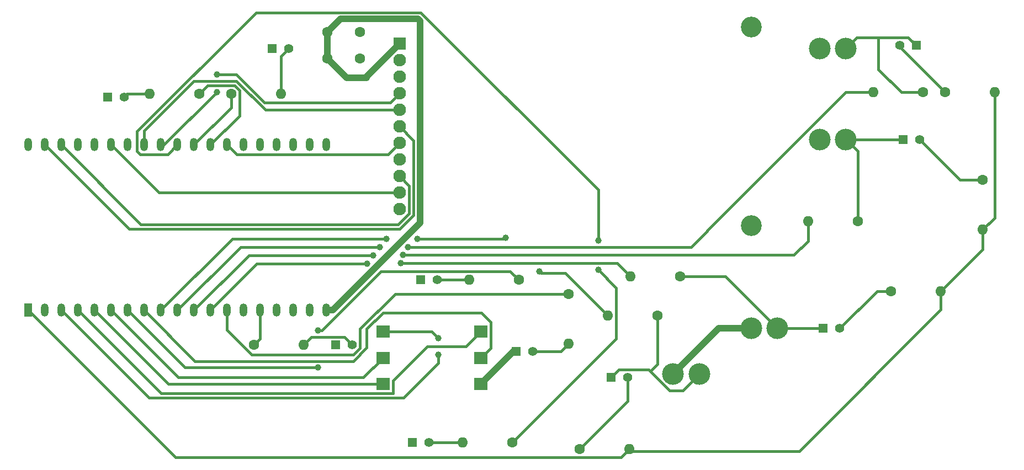
<source format=gbr>
%TF.GenerationSoftware,KiCad,Pcbnew,8.0.6*%
%TF.CreationDate,2025-08-25T15:55:58+12:00*%
%TF.ProjectId,ByteBoyV2,42797465-426f-4795-9632-2e6b69636164,v2*%
%TF.SameCoordinates,Original*%
%TF.FileFunction,Copper,L1,Top*%
%TF.FilePolarity,Positive*%
%FSLAX46Y46*%
G04 Gerber Fmt 4.6, Leading zero omitted, Abs format (unit mm)*
G04 Created by KiCad (PCBNEW 8.0.6) date 2025-08-25 15:55:58*
%MOMM*%
%LPD*%
G01*
G04 APERTURE LIST*
%TA.AperFunction,ComponentPad*%
%ADD10O,1.200000X2.000000*%
%TD*%
%TA.AperFunction,ComponentPad*%
%ADD11R,1.200000X2.000000*%
%TD*%
%TA.AperFunction,SMDPad,CuDef*%
%ADD12R,2.000000X1.900000*%
%TD*%
%TA.AperFunction,ComponentPad*%
%ADD13C,3.320000*%
%TD*%
%TA.AperFunction,ComponentPad*%
%ADD14O,1.600000X1.600000*%
%TD*%
%TA.AperFunction,ComponentPad*%
%ADD15C,1.600000*%
%TD*%
%TA.AperFunction,ComponentPad*%
%ADD16R,1.930400X1.930400*%
%TD*%
%TA.AperFunction,ComponentPad*%
%ADD17C,1.930400*%
%TD*%
%TA.AperFunction,ComponentPad*%
%ADD18C,3.200000*%
%TD*%
%TA.AperFunction,ComponentPad*%
%ADD19R,1.400000X1.400000*%
%TD*%
%TA.AperFunction,ComponentPad*%
%ADD20C,1.400000*%
%TD*%
%TA.AperFunction,ViaPad*%
%ADD21C,1.000000*%
%TD*%
%TA.AperFunction,Conductor*%
%ADD22C,0.400000*%
%TD*%
%TA.AperFunction,Conductor*%
%ADD23C,1.000000*%
%TD*%
G04 APERTURE END LIST*
D10*
%TO.P,U2,38,GND*%
%TO.N,GND*%
X85596560Y-75300000D03*
%TO.P,U2,37,GPIO23*%
%TO.N,MOSI*%
X88136560Y-75300000D03*
%TO.P,U2,36,GPIO22*%
%TO.N,D{slash}C*%
X90676560Y-75300000D03*
%TO.P,U2,35,U0TXD/GPIO1*%
%TO.N,unconnected-(U2-U0TXD{slash}GPIO1-Pad35)*%
X93216560Y-75300000D03*
%TO.P,U2,34,U0RXD/GPIO3*%
%TO.N,unconnected-(U2-U0RXD{slash}GPIO3-Pad34)*%
X95756560Y-75300000D03*
%TO.P,U2,33,GPIO21*%
%TO.N,SD_SELECT*%
X98296560Y-75300000D03*
%TO.P,U2,32,GND*%
%TO.N,GND*%
X100836560Y-75300000D03*
%TO.P,U2,31,GPIO19*%
%TO.N,MISO*%
X103376560Y-75300000D03*
%TO.P,U2,30,GPIO18*%
%TO.N,SCK*%
X105916560Y-75300000D03*
%TO.P,U2,29,GPIO5*%
%TO.N,LED4*%
X108456560Y-75300000D03*
%TO.P,U2,28,GPIO17*%
%TO.N,LED6*%
X110996560Y-75300000D03*
%TO.P,U2,27,GPIO16*%
%TO.N,LED5*%
X113536560Y-75300000D03*
%TO.P,U2,26,ADC2_CH0/GPIO4*%
%TO.N,DISPLAY_SELECT*%
X116076560Y-75300000D03*
%TO.P,U2,25,GPIO0/BOOT/ADC2_CH1*%
%TO.N,unconnected-(U2-GPIO0{slash}BOOT{slash}ADC2_CH1-Pad25)*%
X118616560Y-75300000D03*
%TO.P,U2,24,ADC2_CH2/GPIO2*%
%TO.N,unconnected-(U2-ADC2_CH2{slash}GPIO2-Pad24)*%
X121156560Y-75300000D03*
%TO.P,U2,23,MTDO/GPIO15/ADC2_CH3*%
%TO.N,unconnected-(U2-MTDO{slash}GPIO15{slash}ADC2_CH3-Pad23)*%
X123696560Y-75300000D03*
%TO.P,U2,22,SD_DATA1/GPIO8*%
%TO.N,unconnected-(U2-SD_DATA1{slash}GPIO8-Pad22)*%
X126236560Y-75300000D03*
%TO.P,U2,21,SD_DATA0/GPIO7*%
%TO.N,unconnected-(U2-SD_DATA0{slash}GPIO7-Pad21)*%
X128773840Y-75303680D03*
%TO.P,U2,20,SD_CLK/GPIO6*%
%TO.N,unconnected-(U2-SD_CLK{slash}GPIO6-Pad20)*%
X131313840Y-75303680D03*
%TO.P,U2,19,5V*%
%TO.N,+5V*%
X131316560Y-100700000D03*
%TO.P,U2,18,CMD*%
%TO.N,unconnected-(U2-CMD-Pad18)*%
X128776560Y-100700000D03*
%TO.P,U2,17,SD_DATA3/GPIO10*%
%TO.N,unconnected-(U2-SD_DATA3{slash}GPIO10-Pad17)*%
X126236560Y-100700000D03*
%TO.P,U2,16,SD_DATA2/GPIO9*%
%TO.N,unconnected-(U2-SD_DATA2{slash}GPIO9-Pad16)*%
X123696560Y-100700000D03*
%TO.P,U2,15,MTCK/GPIO13/ADC2_CH4*%
%TO.N,LED2*%
X121156560Y-100700000D03*
%TO.P,U2,14,GND*%
%TO.N,GND*%
X118616560Y-100700000D03*
%TO.P,U2,13,MTDI/GPIO12/ADC2_CH5*%
%TO.N,LED1*%
X116076560Y-100700000D03*
%TO.P,U2,12,MTMS/GPIO14/ADC2_CH6*%
%TO.N,SW4*%
X113536560Y-100700000D03*
%TO.P,U2,11,ADC2_CH7/GPIO27*%
%TO.N,SW3*%
X110996560Y-100700000D03*
%TO.P,U2,10,DAC_2/ADC2_CH9/GPIO26*%
%TO.N,SW2*%
X108456560Y-100700000D03*
%TO.P,U2,9,DAC_1/ADC2_CH8/GPIO25*%
%TO.N,SW1*%
X105916560Y-100700000D03*
%TO.P,U2,8,32K_XN/GPIO33/ADC1_CH5*%
%TO.N,LEFT*%
X103376560Y-100700000D03*
%TO.P,U2,7,32K_XP/GPIO32/ADC1_CH4*%
%TO.N,LED3*%
X100836560Y-100700000D03*
%TO.P,U2,6,VDET_2/GPIO35/ADC1_CH7*%
%TO.N,RIGHT*%
X98296560Y-100700000D03*
%TO.P,U2,5,VDET_1/GPIO34/ADC1_CH6*%
%TO.N,UP*%
X95756560Y-100700000D03*
%TO.P,U2,4,SENSOR_VN/GPIO39/ADC1_CH3*%
%TO.N,PUSH*%
X93216560Y-100700000D03*
%TO.P,U2,3,SENSOR_VP/GPIO36/ADC1_CH0*%
%TO.N,DOWN*%
X90676560Y-100700000D03*
%TO.P,U2,2,CHIP_PU*%
%TO.N,unconnected-(U2-CHIP_PU-Pad2)*%
X88136560Y-100700000D03*
D11*
%TO.P,U2,1,3V3*%
%TO.N,+3.3V*%
X85596560Y-100700000D03*
%TD*%
D12*
%TO.P,Joystick,1*%
%TO.N,GND*%
X155000000Y-112000000D03*
%TO.P,Joystick,2*%
%TO.N,LEFT*%
X155000000Y-108000000D03*
%TO.P,Joystick,3*%
%TO.N,PUSH*%
X155000000Y-104000000D03*
%TO.P,Joystick,4*%
%TO.N,UP*%
X140000000Y-112000000D03*
%TO.P,Joystick,5*%
%TO.N,RIGHT*%
X140000000Y-108000000D03*
%TO.P,Joystick,6*%
%TO.N,DOWN*%
X140000000Y-104000000D03*
%TD*%
D13*
%TO.P,Select_Button,1*%
%TO.N,GND*%
X207000000Y-74500000D03*
%TO.P,Select_Button,2*%
%TO.N,Net-(D9-PadC)*%
X211000000Y-74500000D03*
%TD*%
%TO.P,Start_Button,1*%
%TO.N,GND*%
X207000000Y-60500000D03*
%TO.P,Start_Button,2*%
%TO.N,Net-(D8-PadC)*%
X211000000Y-60500000D03*
%TD*%
%TO.P,B_Button,1*%
%TO.N,GND*%
X184500000Y-110500000D03*
%TO.P,B_Button,2*%
%TO.N,Net-(D7-PadC)*%
X188500000Y-110500000D03*
%TD*%
%TO.P,A_Button,1*%
%TO.N,GND*%
X196500000Y-103500000D03*
%TO.P,A_Button,2*%
%TO.N,Net-(D10-PadC)*%
X200500000Y-103500000D03*
%TD*%
D14*
%TO.P,R14,2*%
%TO.N,Net-(D6-PadA)*%
X124310000Y-67500000D03*
D15*
%TO.P,R14,1*%
%TO.N,LED6*%
X116690000Y-67500000D03*
%TD*%
%TO.P,R13,1*%
%TO.N,Net-(D9-PadC)*%
X212810000Y-87000000D03*
D14*
%TO.P,R13,2*%
%TO.N,SW3*%
X205190000Y-87000000D03*
%TD*%
D15*
%TO.P,R12,1*%
%TO.N,Net-(D7-PadC)*%
X182060000Y-101500000D03*
D14*
%TO.P,R12,2*%
%TO.N,SW1*%
X174440000Y-101500000D03*
%TD*%
D15*
%TO.P,R11,1*%
%TO.N,Net-(D8-PadC)*%
X222810000Y-67250000D03*
D14*
%TO.P,R11,2*%
%TO.N,SW2*%
X215190000Y-67250000D03*
%TD*%
D15*
%TO.P,R10,1*%
%TO.N,Net-(D10-PadC)*%
X185560000Y-95500000D03*
D14*
%TO.P,R10,2*%
%TO.N,SW4*%
X177940000Y-95500000D03*
%TD*%
D15*
%TO.P,R9,1*%
%TO.N,LED5*%
X111810000Y-67500000D03*
D14*
%TO.P,R9,2*%
%TO.N,Net-(D5-PadA)*%
X104190000Y-67500000D03*
%TD*%
D15*
%TO.P,R8,1*%
%TO.N,LED4*%
X159810000Y-121000000D03*
D14*
%TO.P,R8,2*%
%TO.N,Net-(D4-PadA)*%
X152190000Y-121000000D03*
%TD*%
D15*
%TO.P,R7,1*%
%TO.N,LED3*%
X160810000Y-96000000D03*
D14*
%TO.P,R7,2*%
%TO.N,Net-(D2-PadA)*%
X153190000Y-96000000D03*
%TD*%
D15*
%TO.P,R6,1*%
%TO.N,LED2*%
X120190000Y-106000000D03*
D14*
%TO.P,R6,2*%
%TO.N,Net-(D3-PadA)*%
X127810000Y-106000000D03*
%TD*%
%TO.P,R5,2*%
%TO.N,Net-(D1-PadA)*%
X168500000Y-105810000D03*
D15*
%TO.P,R5,1*%
%TO.N,LED1*%
X168500000Y-98190000D03*
%TD*%
%TO.P,R4,1*%
%TO.N,Net-(D9-PadA)*%
X232000000Y-80690000D03*
D14*
%TO.P,R4,2*%
%TO.N,+3.3V*%
X232000000Y-88310000D03*
%TD*%
D15*
%TO.P,R3,1*%
%TO.N,Net-(D10-PadA)*%
X217940000Y-97750000D03*
D14*
%TO.P,R3,2*%
%TO.N,+3.3V*%
X225560000Y-97750000D03*
%TD*%
D15*
%TO.P,R2,1*%
%TO.N,Net-(D8-PadA)*%
X226190000Y-67250000D03*
D14*
%TO.P,R2,2*%
%TO.N,+3.3V*%
X233810000Y-67250000D03*
%TD*%
D15*
%TO.P,R1,1*%
%TO.N,Net-(D7-PadA)*%
X170190000Y-122000000D03*
D14*
%TO.P,R1,2*%
%TO.N,+3.3V*%
X177810000Y-122000000D03*
%TD*%
D16*
%TO.P,Display,1,VIN*%
%TO.N,+5V*%
X142512500Y-59800000D03*
D17*
%TO.P,Display,2,3VO*%
%TO.N,unconnected-(DS1-3VO-Pad2)*%
X142512500Y-62340000D03*
%TO.P,Display,3,GND*%
%TO.N,GND*%
X142512500Y-64880000D03*
%TO.P,Display,4,SCK*%
%TO.N,SCK*%
X142512500Y-67420000D03*
%TO.P,Display,5,MISO*%
%TO.N,MISO*%
X142512500Y-69960000D03*
%TO.P,Display,6,MOSI*%
%TO.N,MOSI*%
X142512500Y-72500000D03*
%TO.P,Display,7,CS*%
%TO.N,DISPLAY_SELECT*%
X142512500Y-75040000D03*
%TO.P,Display,8,~{RST}*%
%TO.N,unconnected-(DS1-~{RST}-Pad8)*%
X142512500Y-77580000D03*
%TO.P,Display,9,D/C*%
%TO.N,D{slash}C*%
X142512500Y-80120000D03*
%TO.P,Display,10,SDCS*%
%TO.N,SD_SELECT*%
X142512500Y-82660000D03*
%TO.P,Display,11,BACKLIGHT*%
%TO.N,unconnected-(DS1-BACKLIGHT-Pad11)*%
X142512500Y-85200000D03*
D18*
%TO.P,Display,SH1*%
%TO.N,N/C*%
X196487500Y-57260000D03*
%TO.P,Display,SH2*%
X196487500Y-87740000D03*
%TD*%
D19*
%TO.P,D10,C*%
%TO.N,Net-(D10-PadC)*%
X207460000Y-103500000D03*
D20*
%TO.P,D10,A*%
%TO.N,Net-(D10-PadA)*%
X210000000Y-103500000D03*
%TD*%
D19*
%TO.P,D9,C*%
%TO.N,Net-(D9-PadC)*%
X219730000Y-74500000D03*
D20*
%TO.P,D9,A*%
%TO.N,Net-(D9-PadA)*%
X222270000Y-74500000D03*
%TD*%
D19*
%TO.P,D8,C*%
%TO.N,Net-(D8-PadC)*%
X221770000Y-60000000D03*
D20*
%TO.P,D8,A*%
%TO.N,Net-(D8-PadA)*%
X219230000Y-60000000D03*
%TD*%
D19*
%TO.P,D7,C*%
%TO.N,Net-(D7-PadC)*%
X175000000Y-111000000D03*
D20*
%TO.P,D7,A*%
%TO.N,Net-(D7-PadA)*%
X177540000Y-111000000D03*
%TD*%
D19*
%TO.P,D6,C*%
%TO.N,GND*%
X122960000Y-60500000D03*
D20*
%TO.P,D6,A*%
%TO.N,Net-(D6-PadA)*%
X125500000Y-60500000D03*
%TD*%
D19*
%TO.P,D5,C*%
%TO.N,GND*%
X97730000Y-68000000D03*
D20*
%TO.P,D5,A*%
%TO.N,Net-(D5-PadA)*%
X100270000Y-68000000D03*
%TD*%
D19*
%TO.P,D4,C*%
%TO.N,GND*%
X144460000Y-121000000D03*
D20*
%TO.P,D4,A*%
%TO.N,Net-(D4-PadA)*%
X147000000Y-121000000D03*
%TD*%
%TO.P,D3,A*%
%TO.N,Net-(D3-PadA)*%
X135270000Y-106000000D03*
D19*
%TO.P,D3,C*%
%TO.N,GND*%
X132730000Y-106000000D03*
%TD*%
%TO.P,D2,C*%
%TO.N,GND*%
X145730000Y-96000000D03*
D20*
%TO.P,D2,A*%
%TO.N,Net-(D2-PadA)*%
X148270000Y-96000000D03*
%TD*%
%TO.P,D1,A*%
%TO.N,Net-(D1-PadA)*%
X163000000Y-107000000D03*
D19*
%TO.P,D1,C*%
%TO.N,GND*%
X160460000Y-107000000D03*
%TD*%
D15*
%TO.P,C2,1*%
%TO.N,+5V*%
X131500000Y-62050000D03*
%TO.P,C2,2*%
%TO.N,GND*%
X136500000Y-62050000D03*
%TD*%
%TO.P,C1,1*%
%TO.N,+5V*%
X131500000Y-58000000D03*
%TO.P,C1,2*%
%TO.N,GND*%
X136500000Y-58000000D03*
%TD*%
D21*
%TO.N,LED4*%
X173000000Y-90000000D03*
X173000000Y-94500000D03*
%TO.N,SW1*%
X164000000Y-94750000D03*
X158828061Y-89578061D03*
X145250000Y-89750000D03*
X140500000Y-89750000D03*
%TO.N,SW2*%
X139500000Y-91000000D03*
X143794239Y-91044239D03*
%TO.N,SW3*%
X138500000Y-92250000D03*
X143065297Y-92238813D03*
%TO.N,SW4*%
X142750000Y-93500000D03*
X137580761Y-93580761D03*
%TO.N,SCK*%
X114500000Y-67200000D03*
X114500000Y-64500000D03*
%TO.N,LED3*%
X130000000Y-109500000D03*
X130000000Y-103800000D03*
%TO.N,DOWN*%
X148500000Y-105000000D03*
X148500000Y-107500000D03*
%TD*%
D22*
%TO.N,SW3*%
X205190000Y-90060000D02*
X205190000Y-87000000D01*
X203011187Y-92238813D02*
X205190000Y-90060000D01*
X143065297Y-92238813D02*
X203011187Y-92238813D01*
%TO.N,Net-(D9-PadC)*%
X212810000Y-76310000D02*
X212810000Y-87000000D01*
%TO.N,Net-(D8-PadC)*%
X216000000Y-63750000D02*
X216000000Y-58800000D01*
X216000000Y-58800000D02*
X212700000Y-58800000D01*
X219500000Y-67250000D02*
X216000000Y-63750000D01*
X222810000Y-67250000D02*
X219500000Y-67250000D01*
X216750000Y-58800000D02*
X216000000Y-58800000D01*
%TO.N,SW2*%
X211000000Y-67250000D02*
X215190000Y-67250000D01*
X189750000Y-88500000D02*
X211000000Y-67250000D01*
X187250000Y-91044239D02*
X189750000Y-88544239D01*
X143794239Y-91044239D02*
X187250000Y-91044239D01*
X189750000Y-88544239D02*
X189750000Y-88500000D01*
%TO.N,LED4*%
X106956560Y-76800000D02*
X108456560Y-75300000D01*
X102800000Y-76800000D02*
X106956560Y-76800000D01*
X102276560Y-76276560D02*
X102800000Y-76800000D01*
X102276560Y-73241295D02*
X102276560Y-76276560D01*
X120517855Y-55000000D02*
X102276560Y-73241295D01*
X173000000Y-82230386D02*
X145769614Y-55000000D01*
X173000000Y-90000000D02*
X173000000Y-82230386D01*
X145769614Y-55000000D02*
X120517855Y-55000000D01*
X175740000Y-105070000D02*
X175740000Y-97240000D01*
X175740000Y-97240000D02*
X173000000Y-94500000D01*
X169800000Y-111010000D02*
X175740000Y-105070000D01*
%TO.N,SW1*%
X164000000Y-94750000D02*
X164250000Y-95000000D01*
X158656122Y-89750000D02*
X158828061Y-89578061D01*
X145250000Y-89750000D02*
X158656122Y-89750000D01*
X164250000Y-95000000D02*
X167940000Y-95000000D01*
X116866560Y-89750000D02*
X140500000Y-89750000D01*
X167940000Y-95000000D02*
X174440000Y-101500000D01*
X105916560Y-100700000D02*
X116866560Y-89750000D01*
%TO.N,SW2*%
X118156560Y-91000000D02*
X139500000Y-91000000D01*
X108456560Y-100700000D02*
X118156560Y-91000000D01*
%TO.N,SW3*%
X119446560Y-92250000D02*
X138500000Y-92250000D01*
X110996560Y-100700000D02*
X119446560Y-92250000D01*
%TO.N,SW4*%
X142750000Y-93500000D02*
X175940000Y-93500000D01*
X175940000Y-93500000D02*
X177940000Y-95500000D01*
X120655799Y-93580761D02*
X137580761Y-93580761D01*
X113536560Y-100700000D02*
X120655799Y-93580761D01*
%TO.N,Net-(D8-PadC)*%
X220570000Y-58800000D02*
X216750000Y-58800000D01*
%TO.N,Net-(D9-PadC)*%
X212810000Y-76310000D02*
X211000000Y-74500000D01*
%TO.N,Net-(D10-PadC)*%
X192500000Y-95500000D02*
X185560000Y-95500000D01*
X200500000Y-103500000D02*
X192500000Y-95500000D01*
%TO.N,Net-(D7-PadC)*%
X182060000Y-108940000D02*
X182060000Y-101500000D01*
X180972649Y-110027351D02*
X182060000Y-108940000D01*
X180972649Y-110027351D02*
X183945298Y-113000000D01*
X180745298Y-109800000D02*
X180972649Y-110027351D01*
%TO.N,+3.3V*%
X232000000Y-88310000D02*
X233810000Y-86500000D01*
X233810000Y-86500000D02*
X233810000Y-67250000D01*
%TO.N,Net-(D8-PadC)*%
X212700000Y-58800000D02*
X211000000Y-60500000D01*
X221770000Y-60000000D02*
X220570000Y-58800000D01*
%TO.N,Net-(D8-PadA)*%
X219230000Y-60290000D02*
X219230000Y-60000000D01*
X226190000Y-67250000D02*
X219230000Y-60290000D01*
%TO.N,+3.3V*%
X178110000Y-122300000D02*
X177810000Y-122000000D01*
X203848478Y-122300000D02*
X178110000Y-122300000D01*
X225560000Y-100588478D02*
X203848478Y-122300000D01*
X225560000Y-97750000D02*
X225560000Y-100588478D01*
%TO.N,Net-(D10-PadA)*%
X215750000Y-97750000D02*
X210000000Y-103500000D01*
X217940000Y-97750000D02*
X215750000Y-97750000D01*
%TO.N,+3.3V*%
X232000000Y-91310000D02*
X225560000Y-97750000D01*
X232000000Y-88310000D02*
X232000000Y-91310000D01*
%TO.N,Net-(D9-PadC)*%
X219730000Y-74500000D02*
X211000000Y-74500000D01*
%TO.N,Net-(D9-PadA)*%
X228460000Y-80690000D02*
X232000000Y-80690000D01*
X222270000Y-74500000D02*
X228460000Y-80690000D01*
%TO.N,Net-(D10-PadC)*%
X200500000Y-103500000D02*
X207460000Y-103500000D01*
%TO.N,Net-(D7-PadC)*%
X183945298Y-113000000D02*
X186000000Y-113000000D01*
X186000000Y-113000000D02*
X188500000Y-110500000D01*
X175000000Y-111000000D02*
X176200000Y-109800000D01*
X176200000Y-109800000D02*
X180745298Y-109800000D01*
%TO.N,Net-(D7-PadA)*%
X177540000Y-114650000D02*
X170190000Y-122000000D01*
X177540000Y-111000000D02*
X177540000Y-114650000D01*
%TO.N,LED4*%
X159810000Y-121000000D02*
X169800000Y-111010000D01*
%TO.N,SCK*%
X106400000Y-75300000D02*
X105916560Y-75300000D01*
X114500000Y-67200000D02*
X106400000Y-75300000D01*
X117508378Y-64500000D02*
X114500000Y-64500000D01*
X121808378Y-68800000D02*
X117508378Y-64500000D01*
X141132500Y-68800000D02*
X121808378Y-68800000D01*
X142512500Y-67420000D02*
X141132500Y-68800000D01*
%TO.N,MISO*%
X111007805Y-65500000D02*
X103376560Y-73131245D01*
X117518428Y-65500000D02*
X111007805Y-65500000D01*
X121978428Y-69960000D02*
X117518428Y-65500000D01*
X103376560Y-73131245D02*
X103376560Y-75300000D01*
X142512500Y-69960000D02*
X121978428Y-69960000D01*
%TO.N,LED3*%
X109636560Y-109500000D02*
X100836560Y-100700000D01*
X130000000Y-109500000D02*
X109636560Y-109500000D01*
X159510000Y-94700000D02*
X139714214Y-94700000D01*
X139714214Y-94700000D02*
X130614214Y-103800000D01*
X160810000Y-96000000D02*
X159510000Y-94700000D01*
X130614214Y-103800000D02*
X130000000Y-103800000D01*
%TO.N,LED1*%
X136500000Y-106467057D02*
X136500000Y-103560050D01*
X135467057Y-107500000D02*
X136500000Y-106467057D01*
X119851522Y-107500000D02*
X135467057Y-107500000D01*
X136500000Y-103560050D02*
X141870050Y-98190000D01*
X116076560Y-103725038D02*
X119851522Y-107500000D01*
X141870050Y-98190000D02*
X168500000Y-98190000D01*
X116076560Y-100700000D02*
X116076560Y-103725038D01*
%TO.N,LEFT*%
X135457007Y-108500000D02*
X111176560Y-108500000D01*
X137500000Y-103550000D02*
X137500000Y-106457007D01*
X140000000Y-101050000D02*
X137500000Y-103550000D01*
X137500000Y-106457007D02*
X135457007Y-108500000D01*
X155050000Y-101050000D02*
X140000000Y-101050000D01*
X156500000Y-102500000D02*
X155050000Y-101050000D01*
X156500000Y-106500000D02*
X156500000Y-102500000D01*
X111176560Y-108500000D02*
X103376560Y-100700000D01*
X155000000Y-108000000D02*
X156500000Y-106500000D01*
%TO.N,RIGHT*%
X137000000Y-111000000D02*
X108596560Y-111000000D01*
X108596560Y-111000000D02*
X98296560Y-100700000D01*
X140000000Y-108000000D02*
X137000000Y-111000000D01*
%TO.N,+3.3V*%
X176510000Y-123300000D02*
X108196560Y-123300000D01*
X177810000Y-122000000D02*
X176510000Y-123300000D01*
X108196560Y-123300000D02*
X85596560Y-100700000D01*
%TO.N,Net-(D1-PadA)*%
X167310000Y-107000000D02*
X168500000Y-105810000D01*
X163000000Y-107000000D02*
X167310000Y-107000000D01*
D23*
%TO.N,GND*%
X160000000Y-107000000D02*
X155000000Y-112000000D01*
X160460000Y-107000000D02*
X160000000Y-107000000D01*
D22*
%TO.N,Net-(D5-PadA)*%
X100770000Y-67500000D02*
X100270000Y-68000000D01*
X104190000Y-67500000D02*
X100770000Y-67500000D01*
%TO.N,Net-(D6-PadA)*%
X124310000Y-61690000D02*
X125500000Y-60500000D01*
X124310000Y-67500000D02*
X124310000Y-61690000D01*
%TO.N,LED5*%
X117990000Y-70846560D02*
X113536560Y-75300000D01*
X117990000Y-66961522D02*
X117990000Y-70846560D01*
X117228478Y-66200000D02*
X117990000Y-66961522D01*
X113110000Y-66200000D02*
X117228478Y-66200000D01*
X111810000Y-67500000D02*
X113110000Y-66200000D01*
%TO.N,LED6*%
X116690000Y-69606560D02*
X110996560Y-75300000D01*
X116690000Y-67500000D02*
X116690000Y-69606560D01*
%TO.N,Net-(D4-PadA)*%
X152190000Y-121000000D02*
X147000000Y-121000000D01*
%TO.N,Net-(D2-PadA)*%
X153190000Y-96000000D02*
X148270000Y-96000000D01*
%TO.N,Net-(D3-PadA)*%
X134070000Y-104800000D02*
X135270000Y-106000000D01*
X129010000Y-104800000D02*
X134070000Y-104800000D01*
X127810000Y-106000000D02*
X129010000Y-104800000D01*
%TO.N,LED2*%
X121156560Y-105033440D02*
X120190000Y-106000000D01*
X121156560Y-100700000D02*
X121156560Y-105033440D01*
D23*
%TO.N,+5V*%
X145355400Y-56000000D02*
X133500000Y-56000000D01*
X145677700Y-56322300D02*
X145355400Y-56000000D01*
X133500000Y-56000000D02*
X131500000Y-58000000D01*
X145677700Y-87322300D02*
X145677700Y-56322300D01*
X132300000Y-100700000D02*
X145677700Y-87322300D01*
X131316560Y-100700000D02*
X132300000Y-100700000D01*
X131500000Y-62050000D02*
X131500000Y-58000000D01*
X134450000Y-65000000D02*
X131500000Y-62050000D01*
X137500000Y-65000000D02*
X134450000Y-65000000D01*
X137500000Y-64812500D02*
X137500000Y-65000000D01*
X142512500Y-59800000D02*
X137500000Y-64812500D01*
%TO.N,GND*%
X191500000Y-103500000D02*
X196500000Y-103500000D01*
X184500000Y-110500000D02*
X191500000Y-103500000D01*
D22*
%TO.N,DOWN*%
X104126560Y-114150000D02*
X90676560Y-100700000D01*
X143117767Y-114150000D02*
X104126560Y-114150000D01*
X148500000Y-108767767D02*
X143117767Y-114150000D01*
X148500000Y-107500000D02*
X148500000Y-108767767D01*
X147500000Y-104000000D02*
X148500000Y-105000000D01*
X140000000Y-104000000D02*
X147500000Y-104000000D01*
%TO.N,PUSH*%
X105966560Y-113450000D02*
X93216560Y-100700000D01*
X141500000Y-113450000D02*
X105966560Y-113450000D01*
X141500000Y-111500000D02*
X141500000Y-113450000D01*
X146750000Y-106250000D02*
X141500000Y-111500000D01*
X152750000Y-106250000D02*
X146750000Y-106250000D01*
X155000000Y-104000000D02*
X152750000Y-106250000D01*
%TO.N,UP*%
X107056560Y-112000000D02*
X95756560Y-100700000D01*
X140000000Y-112000000D02*
X107056560Y-112000000D01*
%TO.N,MISO*%
X103700000Y-75300000D02*
X103376560Y-75300000D01*
%TO.N,MOSI*%
X142574556Y-88200000D02*
X101036560Y-88200000D01*
X101036560Y-88200000D02*
X88136560Y-75300000D01*
X144677700Y-86096856D02*
X142574556Y-88200000D01*
X144677700Y-74665200D02*
X144677700Y-86096856D01*
X142512500Y-72500000D02*
X144677700Y-74665200D01*
%TO.N,DISPLAY_SELECT*%
X140748820Y-76803680D02*
X117580240Y-76803680D01*
X117580240Y-76803680D02*
X116076560Y-75300000D01*
X142512500Y-75040000D02*
X140748820Y-76803680D01*
%TO.N,D{slash}C*%
X102876560Y-87500000D02*
X90676560Y-75300000D01*
X142284606Y-87500000D02*
X102876560Y-87500000D01*
X143977700Y-85806906D02*
X142284606Y-87500000D01*
X143977700Y-81585200D02*
X143977700Y-85806906D01*
X142512500Y-80120000D02*
X143977700Y-81585200D01*
%TO.N,SD_SELECT*%
X105656560Y-82660000D02*
X98296560Y-75300000D01*
X142512500Y-82660000D02*
X105656560Y-82660000D01*
%TD*%
M02*

</source>
